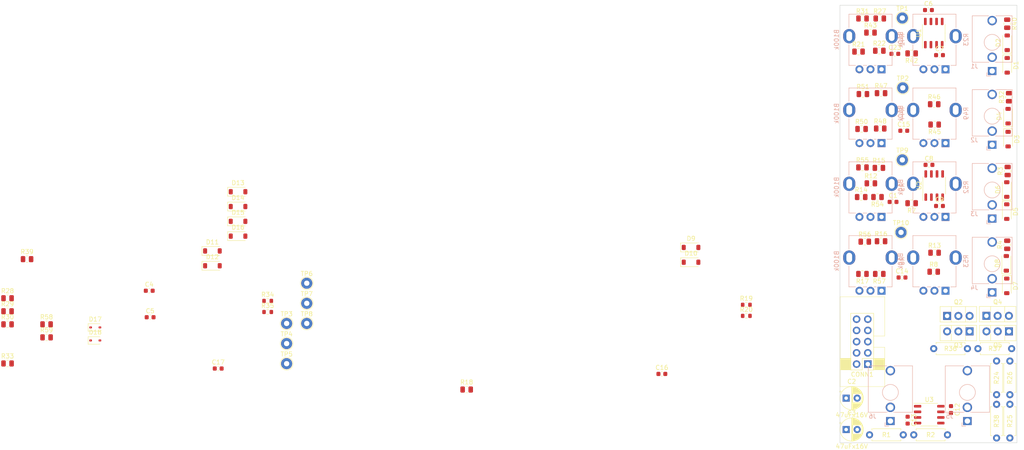
<source format=kicad_pcb>
(kicad_pcb (version 20221018) (generator pcbnew)
  (layers (0 "F.Cu" signal) (31 "B.Cu" signal) (34 "B.Paste" user) (35 "F.Paste" user) (36 "B.SilkS" user "B.Silkscreen") (37 "F.SilkS" user "F.Silkscreen") (38 "B.Mask" user) (39 "F.Mask" user) (44 "Edge.Cuts" user))
  (net 0 "")
  (net 1 "Net-(C1-Pad1)")
  (net 2 "Net-(C1-Pad2)")
  (net 3 "+12V")
  (net 4 "GND")
  (net 5 "-12V")
  (net 6 "Net-(C14-Pad1)")
  (net 7 "Net-(C14-Pad2)")
  (net 8 "Net-(C15-Pad1)")
  (net 9 "Net-(C15-Pad2)")
  (net 10 "Net-(U3A--)")
  (net 11 "Net-(C16-Pad2)")
  (net 12 "Net-(U3B--)")
  (net 13 "Net-(C17-Pad2)")
  (net 14 "Net-(C23-Pad1)")
  (net 15 "Net-(C23-Pad2)")
  (net 16 "Net-(CONN1-Pin_1)")
  (net 17 "Net-(CONN1-Pin_10)")
  (net 18 "Net-(D1-K)")
  (net 19 "Net-(D3-K)")
  (net 20 "Net-(D5-K)")
  (net 21 "Net-(D7-K)")
  (net 22 "Net-(D10-A)")
  (net 23 "Net-(D9-A)")
  (net 24 "Net-(D10-K)")
  (net 25 "Net-(D11-K)")
  (net 26 "Net-(D13-K)")
  (net 27 "Net-(D13-A)")
  (net 28 "Net-(D14-K)")
  (net 29 "Net-(D15-K)")
  (net 30 "Net-(D17-K)")
  (net 31 "Net-(D18-A)")
  (net 32 "Net-(J1-PadT)")
  (net 33 "Net-(J2-PadT)")
  (net 34 "Net-(J3-PadT)")
  (net 35 "Net-(J4-PadT)")
  (net 36 "Net-(J5-PadR)")
  (net 37 "Net-(J5-PadT)")
  (net 38 "Net-(J6-PadR)")
  (net 39 "Net-(J6-PadT)")
  (net 40 "Net-(Q2-E)")
  (net 41 "Net-(Q3-E)")
  (net 42 "Net-(Q4-E)")
  (net 43 "Net-(Q5-E)")
  (net 44 "Net-(U2A--)")
  (net 45 "Net-(U2B--)")
  (net 46 "Net-(R12-Pad1)")
  (net 47 "Net-(R13-Pad1)")
  (net 48 "Net-(R14-Pad1)")
  (net 49 "Net-(R15-Pad1)")
  (net 50 "Net-(R16-Pad1)")
  (net 51 "Net-(R17-Pad1)")
  (net 52 "Net-(R21-Pad1)")
  (net 53 "Net-(R21-Pad2)")
  (net 54 "Net-(R23-Pad1)")
  (net 55 "Net-(U1A--)")
  (net 56 "Net-(U1B--)")
  (net 57 "Net-(R46-Pad1)")
  (net 58 "Net-(R47-Pad1)")
  (net 59 "Net-(R48-Pad1)")
  (footprint "Capacitor_SMD:C_0603_1608Metric" (layer "F.Cu") (at 257.02 50.925)
    (fp_text reference "C8" (at 0 -1.43) (layer "F.SilkS"))
    (fp_text value "0.1uF")
    (pad "1" smd roundrect (at -0.775 0) (size 0.9 0.95) (layers "F.Cu" "F.Paste" "F.Mask") (net 3 "+12V"))
    (pad "2" smd roundrect (at 0.775 0) (size 0.9 0.95) (layers "F.Cu" "F.Paste" "F.Mask") (net 4 "GND"))
  )
  (footprint "Resistor_THT:R_Axial_DIN0207_L6.3mm_D2.5mm_P7.62mm_Horizontal" (layer "F.Cu") (at 243.59 112)
    (fp_text reference "R1" (at 3.81 0) (layer "F.SilkS"))
    (fp_text value "10")
    (pad "1" thru_hole circle (at 0 0) (size 1.6 1.6) (drill 0.8) (layers "*.Cu" "*.Mask") (net 30 "Net-(D17-K)"))
    (pad "2" thru_hole oval (at 7.62 0) (size 1.6 1.6) (drill 0.8) (layers "*.Cu" "*.Mask") (net 3 "+12V"))
  )
  (footprint "Resistor_SMD:R_0805_2012Metric" (layer "F.Cu") (at 253.1 25.7 180)
    (fp_text reference "R42" (at 0 -1.65) (layer "F.SilkS"))
    (fp_text value "100k")
    (pad "1" smd roundrect (at -0.9125 0 180) (size 1.025 1.4) (layers "F.Cu" "F.Paste" "F.Mask") (roundrect_rratio 0.243902) (net 55 "Net-(U1A--)"))
    (pad "2" smd roundrect (at 0.9125 0 180) (size 1.025 1.4) (layers "F.Cu" "F.Paste" "F.Mask") (roundrect_rratio 0.243902) (net 15 "Net-(C23-Pad2)"))
  )
  (footprint "Resistor_SMD:R_0805_2012Metric" (layer "F.Cu") (at 241.7875 42.8)
    (fp_text reference "R50" (at 0 -1.65) (layer "F.SilkS"))
    (fp_text value "100k")
    (pad "1" smd roundrect (at -0.9125 0) (size 1.025 1.4) (layers "F.Cu" "F.Paste" "F.Mask") (roundrect_rratio 0.243902) (net 10 "Net-(U3A--)"))
    (pad "2" smd roundrect (at 0.9125 0) (size 1.025 1.4) (layers "F.Cu" "F.Paste" "F.Mask") (roundrect_rratio 0.243902) (net 58 "Net-(R47-Pad1)"))
  )
  (footprint "TestPoint:TestPoint_THTPad_D2.5mm_Drill1.2mm" (layer "F.Cu") (at 251 17.7)
    (fp_text reference "TP1" (at 0 -2.148) (layer "F.SilkS"))
    (fp_text value "A")
    (pad "1" thru_hole circle (at 0 0) (size 2.5 2.5) (drill 1.2) (layers "*.Cu" "*.Mask") (net 53 "Net-(R21-Pad2)"))
  )
  (footprint "Resistor_SMD:R_0805_2012Metric" (layer "F.Cu") (at 258.3 41.8 180)
    (fp_text reference "R45" (at 0 -1.65) (layer "F.SilkS"))
    (fp_text value "100k")
    (pad "1" smd roundrect (at -0.9125 0 180) (size 1.025 1.4) (layers "F.Cu" "F.Paste" "F.Mask") (roundrect_rratio 0.243902) (net 56 "Net-(U1B--)"))
    (pad "2" smd roundrect (at 0.9125 0 180) (size 1.025 1.4) (layers "F.Cu" "F.Paste" "F.Mask") (roundrect_rratio 0.243902) (net 9 "Net-(C15-Pad2)"))
  )
  (footprint "Resistor_THT:R_Axial_DIN0207_L6.3mm_D2.5mm_P7.62mm_Horizontal" (layer "F.Cu") (at 275.3 102.92 90)
    (fp_text reference "R26" (at 3.81 0 90) (layer "F.SilkS"))
    (fp_text value "47R 1W")
    (pad "1" thru_hole circle (at 0 0 90) (size 1.6 1.6) (drill 0.8) (layers "*.Cu" "*.Mask") (net 11 "Net-(C16-Pad2)"))
    (pad "2" thru_hole oval (at 7.62 0 90) (size 1.6 1.6) (drill 0.8) (layers "*.Cu" "*.Mask") (net 37 "Net-(J5-PadT)"))
  )
  (footprint "Capacitor_SMD:C_0603_1608Metric" (layer "F.Cu") (at 81 85.4)
    (fp_text reference "C5" (at 0 -1.43) (layer "F.SilkS"))
    (fp_text value "0.1uF")
    (pad "1" smd roundrect (at -0.775 0) (size 0.9 0.95) (layers "F.Cu" "F.Paste" "F.Mask") (net 4 "GND"))
    (pad "2" smd roundrect (at 0.775 0) (size 0.9 0.95) (layers "F.Cu" "F.Paste" "F.Mask") (net 5 "-12V"))
  )
  (footprint "Diode_SMD:D_SOD-123" (layer "F.Cu") (at 274.6 56.5 90)
    (fp_text reference "D6" (at 0 -2 90) (layer "F.SilkS"))
    (fp_text value "1N4148")
    (pad "1" smd roundrect (at -1.65 0 90) (size 0.9 1.2) (layers "F.Cu" "F.Paste" "F.Mask") (net 3 "+12V"))
    (pad "2" smd roundrect (at 1.65 0 90) (size 0.9 1.2) (layers "F.Cu" "F.Paste" "F.Mask") (net 20 "Net-(D5-K)"))
  )
  (footprint "Resistor_SMD:R_0805_2012Metric" (layer "F.Cu") (at 245.9 17.8)
    (fp_text reference "R27" (at 0 -1.65) (layer "F.SilkS"))
    (fp_text value "10k")
    (pad "1" smd roundrect (at -0.9125 0) (size 1.025 1.4) (layers "F.Cu" "F.Paste" "F.Mask") (roundrect_rratio 0.243902) (net 54 "Net-(R23-Pad1)"))
    (pad "2" smd roundrect (at 0.9125 0) (size 1.025 1.4) (layers "F.Cu" "F.Paste" "F.Mask") (roundrect_rratio 0.243902) (net 53 "Net-(R21-Pad2)"))
  )
  (footprint "Connector_PinHeader_2.54mm:PinHeader_2x05_P2.54mm_Vertical_Shroud" (layer "F.Cu") (at 243.2 96 180)
    (fp_text reference "CONN1" (at 1.27 -2.33) (layer "F.SilkS"))
    (fp_text value "Conn_01x10" hide)
    (pad "1" thru_hole rect (at 0 0 180) (size 1.7 1.7) (drill 1) (layers "*.Cu" "*.Mask") (net 16 "Net-(CONN1-Pin_1)"))
    (pad "2" thru_hole oval (at 2.54 0 180) (size 1.7 1.7) (drill 1) (layers "*.Cu" "*.Mask") (net 16 "Net-(CONN1-Pin_1)"))
    (pad "3" thru_hole oval (at 0 2.54 180) (size 1.7 1.7) (drill 1) (layers "*.Cu" "*.Mask") (net 4 "GND"))
    (pad "4" thru_hole oval (at 2.54 2.54 180) (size 1.7 1.7) (drill 1) (layers "*.Cu" "*.Mask") (net 4 "GND"))
    (pad "5" thru_hole oval (at 0 5.08 180) (size 1.7 1.7) (drill 1) (layers "*.Cu" "*.Mask") (net 4 "GND"))
    (pad "6" thru_hole oval (at 2.54 5.08 180) (size 1.7 1.7) (drill 1) (layers "*.Cu" "*.Mask") (net 4 "GND"))
    (pad "7" thru_hole oval (at 0 7.62 180) (size 1.7 1.7) (drill 1) (layers "*.Cu" "*.Mask") (net 4 "GND"))
    (pad "8" thru_hole oval (at 2.54 7.62 180) (size 1.7 1.7) (drill 1) (layers "*.Cu" "*.Mask") (net 4 "GND"))
    (pad "9" thru_hole oval (at 0 10.16 180) (size 1.7 1.7) (drill 1) (layers "*.Cu" "*.Mask") (net 17 "Net-(CONN1-Pin_10)"))
    (pad "10" thru_hole oval (at 2.54 10.16 180) (size 1.7 1.7) (drill 1) (layers "*.Cu" "*.Mask") (net 17 "Net-(CONN1-Pin_10)"))
  )
  (footprint "Resistor_SMD:R_0805_2012Metric" (layer "F.Cu") (at 241.9875 75.6 180)
    (fp_text reference "R17" (at 0 -1.65) (layer "F.SilkS"))
    (fp_text value "10k")
    (pad "1" smd roundrect (at -0.9125 0 180) (size 1.025 1.4) (layers "F.Cu" "F.Paste" "F.Mask") (roundrect_rratio 0.243902) (net 51 "Net-(R17-Pad1)"))
    (pad "2" smd roundrect (at 0.9125 0 180) (size 1.025 1.4) (layers "F.Cu" "F.Paste" "F.Mask") (roundrect_rratio 0.243902) (net 47 "Net-(R13-Pad1)"))
  )
  (footprint "Resistor_SMD:R_0805_2012Metric" (layer "F.Cu") (at 246 42.7)
    (fp_text reference "R48" (at 0 -1.65) (layer "F.SilkS"))
    (fp_text value "10k")
    (pad "1" smd roundrect (at -0.9125 0) (size 1.025 1.4) (layers "F.Cu" "F.Paste" "F.Mask") (roundrect_rratio 0.243902) (net 59 "Net-(R48-Pad1)"))
    (pad "2" smd roundrect (at 0.9125 0) (size 1.025 1.4) (layers "F.Cu" "F.Paste" "F.Mask") (roundrect_rratio 0.243902) (net 57 "Net-(R46-Pad1)"))
  )
  (footprint "Diode_SMD:D_SOD-123" (layer "F.Cu") (at 274.6 61.5 -90)
    (fp_text reference "D5" (at 0 -2 90) (layer "F.SilkS"))
    (fp_text value "1N4148")
    (pad "1" smd roundrect (at -1.65 0 270) (size 0.9 1.2) (layers "F.Cu" "F.Paste" "F.Mask") (net 20 "Net-(D5-K)"))
    (pad "2" smd roundrect (at 1.65 0 270) (size 0.9 1.2) (layers "F.Cu" "F.Paste" "F.Mask") (net 5 "-12V"))
  )
  (footprint "Resistor_SMD:R_0603_1608Metric" (layer "F.Cu") (at 107.57 84.21)
    (fp_text reference "R35" (at 0 -1.43) (layer "F.SilkS"))
    (fp_text value "3.6k")
    (pad "1" smd roundrect (at -0.825 0) (size 0.8 0.95) (layers "F.Cu" "F.Paste" "F.Mask") (net 28 "Net-(D14-K)"))
    (pad "2" smd roundrect (at 0.825 0) (size 0.8 0.95) (layers "F.Cu" "F.Paste" "F.Mask") (net 5 "-12V"))
  )
  (footprint "Package_SO:SOP-8_3.9x4.9mm_P1.27mm" (layer "F.Cu") (at 257.075 107.435)
    (fp_text reference "U3" (at 0 -3.4) (layer "F.SilkS"))
    (fp_text value "TL072")
    (pad "1" smd roundrect (at -2.625 -1.905) (size 1.65 0.6) (layers "F.Cu" "F.Paste" "F.Mask") (net 22 "Net-(D10-A)"))
    (pad "2" smd roundrect (at -2.625 -0.635) (size 1.65 0.6) (layers "F.Cu" "F.Paste" "F.Mask") (net 10 "Net-(U3A--)"))
    (pad "3" smd roundrect (at -2.625 0.635) (size 1.65 0.6) (layers "F.Cu" "F.Paste" "F.Mask") (net 4 "GND"))
    (pad "4" smd roundrect (at -2.625 1.905) (size 1.65 0.6) (layers "F.Cu" "F.Paste" "F.Mask") (net 5 "-12V"))
    (pad "5" smd roundrect (at 2.625 1.905) (size 1.65 0.6) (layers "F.Cu" "F.Paste" "F.Mask") (net 4 "GND"))
    (pad "6" smd roundrect (at 2.625 0.635) (size 1.65 0.6) (layers "F.Cu" "F.Paste" "F.Mask") (net 12 "Net-(U3B--)"))
    (pad "7" smd roundrect (at 2.625 -0.635) (size 1.65 0.6) (layers "F.Cu" "F.Paste" "F.Mask") (net 26 "Net-(D13-K)"))
    (pad "8" smd roundrect (at 2.625 -1.905) (size 1.65 0.6) (layers "F.Cu" "F.Paste" "F.Mask") (net 3 "+12V"))
  )
  (footprint "Resistor_SMD:R_0603_1608Metric" (layer "F.Cu") (at 107.57 81.7)
    (fp_text reference "R34" (at 0 -1.43) (layer "F.SilkS"))
    (fp_text value "3.6k")
    (pad "1" smd roundrect (at -0.825 0) (size 0.8 0.95) (layers "F.Cu" "F.Paste" "F.Mask") (net 3 "+12V"))
    (pad "2" smd roundrect (at 0.825 0) (size 0.8 0.95) (layers "F.Cu" "F.Paste" "F.Mask") (net 27 "Net-(D13-A)"))
  )
  (footprint "Resistor_SMD:R_0805_2012Metric" (layer "F.Cu") (at 241.1 25.3)
    (fp_text reference "R21" (at 0 -1.65) (layer "F.SilkS"))
    (fp_text value "10k")
    (pad "1" smd roundrect (at -0.9125 0) (size 1.025 1.4) (layers "F.Cu" "F.Paste" "F.Mask") (roundrect_rratio 0.243902) (net 52 "Net-(R21-Pad1)"))
    (pad "2" smd roundrect (at 0.9125 0) (size 1.025 1.4) (layers "F.Cu" "F.Paste" "F.Mask") (roundrect_rratio 0.243902) (net 53 "Net-(R21-Pad2)"))
  )
  (footprint "Diode_SMD:D_SOD-123" (layer "F.Cu") (at 274.9 45.1 -90)
    (fp_text reference "D3" (at 0 -2 90) (layer "F.SilkS"))
    (fp_text value "1N4148")
    (pad "1" smd roundrect (at -1.65 0 270) (size 0.9 1.2) (layers "F.Cu" "F.Paste" "F.Mask") (net 19 "Net-(D3-K)"))
    (pad "2" smd roundrect (at 1.65 0 270) (size 0.9 1.2) (layers "F.Cu" "F.Paste" "F.Mask") (net 5 "-12V"))
  )
  (footprint "Package_TO_SOT_THT:TO-126-3_Vertical" (layer "F.Cu") (at 266.2 88.6 180)
    (fp_text reference "Q3" (at 2.54 -3.12) (layer "F.SilkS"))
    (fp_text value "BD140")
    (pad "1" thru_hole rect (at 0 0 180) (size 1.8 1.8) (drill 1) (layers "*.Cu" "*.Mask") (net 41 "Net-(Q3-E)"))
    (pad "2" thru_hole oval (at 2.54 0 180) (size 1.8 1.8) (drill 1) (layers "*.Cu" "*.Mask") (net 5 "-12V"))
    (pad "3" thru_hole oval (at 5.08 0 180) (size 1.8 1.8) (drill 1) (layers "*.Cu" "*.Mask") (net 24 "Net-(D10-K)"))
  )
  (footprint "Capacitor_SMD:C_0603_1608Metric" (layer "F.Cu") (at 252.2 108.68 -90)
    (fp_text reference "C13" (at 0 -1.43 90) (layer "F.SilkS"))
    (fp_text value "0.1uF")
    (pad "1" smd roundrect (at -0.775 0 270) (size 0.9 0.95) (layers "F.Cu" "F.Paste" "F.Mask") (net 4 "GND"))
    (pad "2" smd roundrect (at 0.775 0 270) (size 0.9 0.95) (layers "F.Cu" "F.Paste" "F.Mask") (net 5 "-12V"))
  )
  (footprint "Resistor_SMD:R_0805_2012Metric" (layer "F.Cu") (at 242 17.8)
    (fp_text reference "R31" (at 0 -1.65) (layer "F.SilkS"))
    (fp_text value "100k")
    (pad "1" smd roundrect (at -0.9125 0) (size 1.025 1.4) (layers "F.Cu" "F.Paste" "F.Mask") (roundrect_rratio 0.243902) (net 12 "Net-(U3B--)"))
    (pad "2" smd roundrect (at 0.9125 0) (size 1.025 1.4) (layers "F.Cu" "F.Paste" "F.Mask") (roundrect_rratio 0.243902) (net 54 "Net-(R23-Pad1)"))
  )
  (footprint "TestPoint:TestPoint_THTPad_D2.5mm_Drill1.2mm" (layer "F.Cu") (at 251.1 33.5)
    (fp_text reference "TP2" (at 0 -2.148) (layer "F.SilkS"))
    (fp_text value "B")
    (pad "1" thru_hole circle (at 0 0) (size 2.5 2.5) (drill 1.2) (layers "*.Cu" "*.Mask") (net 57 "Net-(R46-Pad1)"))
  )
  (footprint "Resistor_SMD:R_0805_2012Metric" (layer "F.Cu") (at 246.1875 68.2)
    (fp_text reference "R16" (at 0 -1.65) (layer "F.SilkS"))
    (fp_text value "10k")
    (pad "1" smd roundrect (at -0.9125 0) (size 1.025 1.4) (layers "F.Cu" "F.Paste" "F.Mask") (roundrect_rratio 0.243902) (net 50 "Net-(R16-Pad1)"))
    (pad "2" smd roundrect (at 0.9125 0) (size 1.025 1.4) (layers "F.Cu" "F.Paste" "F.Mask") (roundrect_rratio 0.243902) (net 47 "Net-(R13-Pad1)"))
  )
  (footprint "Diode_SMD:D_SOD-123" (layer "F.Cu") (at 95.08 70.4)
    (fp_text reference "D11" (at 0 -2) (layer "F.SilkS"))
    (fp_text value "1N4148")
    (pad "1" smd roundrect (at -1.65 0) (size 0.9 1.2) (layers "F.Cu" "F.Paste" "F.Mask") (net 25 "Net-(D11-K)"))
    (pad "2" smd roundrect (at 1.65 0) (size 0.9 1.2) (layers "F.Cu" "F.Paste" "F.Mask") (net 5 "-12V"))
  )
  (footprint "TestPoint:TestPoint_THTPad_D2.5mm_Drill1.2mm" (layer "F.Cu") (at 111.85 86.8)
    (fp_text reference "TP3" (at 0 -2.148) (layer "F.SilkS"))
    (fp_text value "C")
    (pad "1" thru_hole circle (at 0 0) (size 2.5 2.5) (drill 1.2) (layers "*.Cu" "*.Mask") (net 22 "Net-(D10-A)"))
  )
  (footprint "Package_TO_SOT_THT:TO-126-3_Vertical" (layer "F.Cu") (at 275.1 88.6 180)
    (fp_text reference "Q5" (at 2.54 -3.12) (layer "F.SilkS"))
    (fp_text value "BD140")
    (pad "1" thru_hole rect (at 0 0 180) (size 1.8 1.8) (drill 1) (layers "*.Cu" "*.Mask") (net 43 "Net-(Q5-E)"))
    (pad "2" thru_hole oval (at 2.54 0 180) (size 1.8 1.8) (drill 1) (layers "*.Cu" "*.Mask") (net 5 "-12V"))
    (pad "3" thru_hole oval (at 5.08 0 180) (size 1.8 1.8) (drill 1) (layers "*.Cu" "*.Mask") (net 28 "Net-(D14-K)"))
  )
  (footprint "Resistor_THT:R_Axial_DIN0207_L6.3mm_D2.5mm_P7.62mm_Horizontal" (layer "F.Cu") (at 258.09 92.5)
    (fp_text reference "R36" (at 3.81 0) (layer "F.SilkS"))
    (fp_text value "2R0")
    (pad "1" thru_hole circle (at 0 0) (size 1.6 1.6) (drill 0.8) (layers "*.Cu" "*.Mask") (net 42 "Net-(Q4-E)"))
    (pad "2" thru_hole oval (at 7.62 0) (size 1.6 1.6) (drill 0.8) (layers "*.Cu" "*.Mask") (net 13 "Net-(C17-Pad2)"))
  )
  (footprint "Resistor_SMD:R_0805_2012Metric" (layer "F.Cu") (at 245.7 51.6)
    (fp_text reference "R15" (at 0 -1.65) (layer "F.SilkS"))
    (fp_text value "10k")
    (pad "1" smd roundrect (at -0.9125 0) (size 1.025 1.4) (layers "F.Cu" "F.Paste" "F.Mask") (roundrect_rratio 0.243902) (net 49 "Net-(R15-Pad1)"))
    (pad "2" smd roundrect (at 0.9125 0) (size 1.025 1.4) (layers "F.Cu" "F.Paste" "F.Mask") (roundrect_rratio 0.243902) (net 46 "Net-(R12-Pad1)"))
  )
  (footprint "Capacitor_SMD:C_0603_1608Metric" (layer "F.Cu") (at 248.9 59.3)
    (fp_text reference "C1" (at 0 -1.43) (layer "F.SilkS"))
    (fp_text value "1uF")
    (pad "1" smd roundrect (at -0.775 0) (size 0.9 0.95) (layers "F.Cu" "F.Paste" "F.Mask") (net 1 "Net-(C1-Pad1)"))
    (pad "2" smd roundrect (at 0.775 0) (size 0.9 0.95) (layers "F.Cu" "F.Paste" "F.Mask") (net 2 "Net-(C1-Pad2)"))
  )
  (footprint "Resistor_SMD:R_0805_2012Metric" (layer "F.Cu") (at 274.8 52.3125 90)
    (fp_text reference "R3" (at 0 -1.65 90) (layer "F.SilkS"))
    (fp_text value "1k")
    (pad "1" smd roundrect (at -0.9125 0 90) (size 1.025 1.4) (layers "F.Cu" "F.Paste" "F.Mask") (roundrect_rratio 0.243902) (net 34 "Net-(J3-PadT)"))
    (pad "2" smd roundrect (at 0.9125 0 90) (size 1.025 1.4) (layers "F.Cu" "F.Paste" "F.Mask") (roundrect_rratio 0.243902) (net 20 "Net-(D5-K)"))
  )
  (footprint "Resistor_THT:R_Axial_DIN0207_L6.3mm_D2.5mm_P7.62mm_Horizontal" (layer "F.Cu") (at 253.58 112)
    (fp_text reference "R2" (at 3.81 0) (layer "F.SilkS"))
    (fp_text value "10")
    (pad "1" thru_hole circle (at 0 0) (size 1.6 1.6) (drill 0.8) (layers "*.Cu" "*.Mask") (net 31 "Net-(D18-A)"))
    (pad "2" thru_hole oval (at 7.62 0) (size 1.6 1.6) (drill 0.8) (layers "*.Cu" "*.Mask") (net 5 "-12V"))
  )
  (footprint "Diode_SMD:D_SOD-123" (layer "F.Cu") (at 274.7 28.4 -90)
    (fp_text reference "D1" (at 0 -2 90) (layer "F.SilkS"))
    (fp_text value "1N4148")
    (pad "1" smd roundrect (at -1.65 0 270) (size 0.9 1.2) (layers "F.Cu" "F.Paste" "F.Mask") (net 18 "Net-(D1-K)"))
    (pad "2" smd roundrect (at 1.65 0 270) (size 0.9 1.2) (layers "F.Cu" "F.Paste" "F.Mask") (net 5 "-12V"))
  )
  (footprint "Resistor_SMD:R_0805_2012Metric" (layer "F.Cu") (at 243.8875 55.1)
    (fp_text reference "R12" (at 0 -1.65) (layer "F.SilkS"))
    (fp_text value "200k")
    (pad "1" smd roundrect (at -0.9125 0) (size 1.025 1.4) (layers "F.Cu" "F.Paste" "F.Mask") (roundrect_rratio 0.243902) (net 46 "Net-(R12-Pad1)"))
    (pad "2" smd roundrect (at 0.9125 0) (size 1.025 1.4) (layers "F.Cu" "F.Paste" "F.Mask") (roundrect_rratio 0.243902) (net 44 "Net-(U2A--)"))
  )
  (footprint "Diode_SMD:D_SOD-123" (layer "F.Cu") (at 274.5 73.2 90)
    (fp_text reference "D8" (at 0 -2 90) (layer "F.SilkS"))
    (fp_text value "1N4148")
    (pad "1" smd roundrect (at -1.65 0 90) (size 0.9 1.2) (layers "F.Cu" "F.Paste" "F.Mask") (net 3 "+12V"))
    (pad "2" smd roundrect (at 1.65 0 90) (size 0.9 1.2) (layers "F.Cu" "F.Paste" "F.Mask") (net 21 "Net-(D7-K)"))
  )
  (footprint "Resistor_SMD:R_0805_2012Metric" (layer "F.Cu") (at 48.78 87)
    (fp_text reference "R30" (at 0 -1.65) (layer "F.SilkS"))
    (fp_text value "470")
    (pad "1" smd roundrect (at -0.9125 0) (size 1.025 1.4) (layers "F.Cu" "F.Paste" "F.Mask") (roundrect_rratio 0.243902) (net 25 "Net-(D11-K)"))
    (pad "2" smd roundrect (at 0.9125 0) (size 1.025 1.4) (layers "F.Cu" "F.Paste" "F.Mask") (roundrect_rratio 0.243902) (net 39 "Net-(J6-PadT)"))
  )
  (footprint "Resistor_SMD:R_0805_2012Metric" (layer "F.Cu") (at 57.6 89.95)
    (fp_text reference "R59" (at 0 -1.65) (layer "F.SilkS"))
    (fp_text value "470")
    (pad "1" smd roundrect (at -0.9125 0) (size 1.025 1.4) (layers "F.Cu" "F.Paste" "F.Mask") (roundrect_rratio 0.243902) (net 29 "Net-(D15-K)"))
    (pad "2" smd roundrect (at 0.9125 0) (size 1.025 1.4) (layers "F.Cu" "F.Paste" "F.Mask") (roundrect_rratio 0.243902) (net 38 "Net-(J6-PadR)"))
  )
  (footprint "Resistor_SMD:R_0805_2012Metric" (layer "F.Cu") (at 258.2875 70.8)
    (fp_text reference "R13" (at 0 -1.65) (layer "F.SilkS"))
    (fp_text value "200k")
    (pad "1" smd roundrect (at -0.9125 0) (size 1.025 1.4) (layers "F.Cu" "F.Paste" "F.Mask") (roundrect_rratio 0.243902) (net 47 "Net-(R13-Pad1)"))
    (pad "2" smd roundrect (at 0.9125 0) (size 1.025 1.4) (layers "F.Cu" "F.Paste" "F.Mask") (roundrect_rratio 0.243902) (net 45 "Net-(U2B--)"))
  )
  (footprint "TestPoint:TestPoint_THTPad_D2.5mm_Drill1.2mm" (layer "F.Cu") (at 116.4 77.7)
    (fp_text reference "TP6" (at 0 -2.148) (layer "F.SilkS"))
    (fp_text value "GND")
    (pad "1" thru_hole circle (at 0 0) (size 2.5 2.5) (drill 1.2) (layers "*.Cu" "*.Mask") (net 4 "GND"))
  )
  (footprint "Package_SO:SOP-8_3.9x4.9mm_P1.27mm" (layer "F.Cu") (at 258.2 55.6 90)
    (fp_text reference "U2" (at 0 -3.4 90) (layer "F.SilkS"))
    (fp_text value "TL072")
    (pad "1" smd roundrect (at -2.625 -1.905 90) (size 1.65 0.6) (layers "F.Cu" "F.Paste" "F.Mask") (net 46 "Net-(R12-Pad1)"))
    (pad "2" smd roundrect (at -2.625 -0.635 90) (size 1.65 0.6) (layers "F.Cu" "F.Paste" "F.Mask") (net 44 "Net-(U2A--)"))
    (pad "3" smd roundrect (at -2.625 0.635 90) (size 1.65 0.6) (layers "F.Cu" "F.Paste" "F.Mask") (net 4 "GND"))
    (pad "4" smd roundrect (at -2.625 1.905 90) (size 1.65 0.6) (layers "F.Cu" "F.Paste" "F.Mask") (net 5 "-12V"))
    (pad "5" smd roundrect (at 2.625 1.905 90) (size 1.65 0.6) (layers "F.Cu" "F.Paste" "F.Mask") (net 4 "GND"))
    (pad "6" smd roundrect (at 2.625 0.635 90) (size 1.65 0.6) (layers "F.Cu" "F.Paste" "F.Mask") (net 45 "Net-(U2B--)"))
    (pad "7" smd roundrect (at 2.625 -0.635 90) (size 1.65 0.6) (layers "F.Cu" "F.Paste" "F.Mask") (net 47 "Net-(R13-Pad1)"))
    (pad "8" smd roundrect (at 2.625 -1.905 90) (size 1.65 0.6) (layers "F.Cu" "F.Paste" "F.Mask") (net 3 "+12V"))
  )
  (footprint "Capacitor_SMD:C_0603_1608Metric" (layer "F.Cu") (at 196.655 98.22)
    (fp_text reference "C16" (at 0 -1.43) (layer "F.SilkS"))
    (fp_text value "22pF")
    (pad "1" smd roundrect (at -0.775 0) (size 0.9 0.95) (layers "F.Cu" "F.Paste" "F.Mask") (net 10 "Net-(U3A--)"))
    (pad "2" smd roundrect (at 0.775 0) (size 0.9 0.95) (layers "F.Cu" "F.Paste" "F.Mask") (net 11 "Net-(C16-Pad2)"))
  )
  (footprint "Resistor_SMD:R_0805_2012Metric" (layer "F.Cu") (at 246.1875 34.7)
    (fp_text reference "R47" (at 0 -1.65) (layer "F.SilkS"))
    (fp_text value "10k")
    (pad "1" smd roundrect (at -0.9125 0) (size 1.025 1.4) (layers "F.Cu" "F.Paste" "F.Mask") (roundrect_rratio 0.243902) (net 58 "Net-(R47-Pad1)"))
    (pad "2" smd roundrect (at 0.9125 0) (size 1.025 1.4) (layers "F.Cu" "F.Paste" "F.Mask") (roundrect_rratio 0.243902) (net 57 "Net-(R46-Pad1)"))
  )
  (footprint "Diode_SMD:D_SOD-123" (layer "F.Cu") (at 100.875 67.05)
    (fp_text reference "D16" (at 0 -2) (layer "F.SilkS"))
    (fp_text value "1N4148")
    (pad "1" smd roundrect (at -1.65 0) (size 0.9 1.2) (layers "F.Cu" "F.Paste" "F.Mask") (net 3 "+12V"))
    (pad "2" smd roundrect (at 1.65 0) (size 0.9 1.2) (layers "F.Cu" "F.Paste" "F.Mask") (net 29 "Net-(D15-K)"))
  )
  (footprint "Resistor_SMD:R_0805_2012Metric" (layer "F.Cu") (at 275.1 35.6125 90)
    (fp_text reference "R32" (at 0 -1.65 90) (layer "F.SilkS"))
    (fp_text value "1k")
    (pad "1" smd roundrect (at -0.9125 0 90) (size 1.025 1.4) (layers "F.Cu" "F.Paste" "F.Mask") (roundrect_rratio 0.243902) (net 33 "Net-(J2-PadT)"))
    (pad "2" smd roundrect (at 0.9125 0 90) (size 1.025 1.4) (layers "F.Cu" "F.Paste" "F.Mask") (roundrect_rratio 0.243902) (net 19 "Net-(D3-K)"))
  )
  (footprint "Capacitor_SMD:C_0603_1608Metric" (layer "F.Cu") (at 259.395 60.224999)
    (fp_text reference "C9" (at 0 -1.43) (layer "F.SilkS"))
    (fp_text value "0.1uF")
    (pad "1" smd roundrect (at -0.775 0) (size 0.9 0.95) (layers "F.Cu" "F.Paste" "F.Mask") (net 4 "GND"))
    (pad "2" smd roundrect (at 0.775 0) (size 0.9 0.95) (layers "F.Cu" "F.Paste" "F.Mask") (net 5 "-12V"))
  )
  (footprint "Resistor_SMD:R_0603_1608Metric" (layer "F.Cu") (at 215.74 82.58)
    (fp_text reference "R19" (at 0 -1.43) (layer "F.SilkS"))
    (fp_text value "3.6k")
    (pad "1" smd roundrect (at -0.825 0) (size 0.8 0.95) (layers "F.Cu" "F.Paste" "F.Mask") (net 3 "+12V"))
    (pad "2" smd roundrect (at 0.825 0) (size 0.8 0.95) (layers "F.Cu" "F.Paste" "F.Mask") (net 23 "Net-(D9-A)"))
  )
  (footprint "Diode_SMD:D_SOD-323" (layer "F.Cu") (at 68.605 90.65)
    (fp_text reference "D18" (at 0 -1.85) (layer "F.SilkS"))
    (fp_text value "1N5819")
    (pad "1" smd roundrect (at -1.05 0) (size 0.6 0.45) (layers "F.Cu" "F.Paste" "F.Mask") (net 16 "Net-(CONN1-Pin_1)"))
    (pad "2" smd roundrect (at 1.05 0) (size 0.6 0.45) (layers "F.Cu" "F.Paste" "F.Mask") (net 31 "Net-(D18-A)"))
  )
  (footprint "Resistor_SMD:R_0805_2012Metric" (layer "F.Cu") (at 243.8 21)
    (fp_text reference "R43" (at 0 -1.65) (layer "F.SilkS"))
    (fp_text value "200k")
    (pad "1" smd roundrect (at -0.9125 0) (size 1.025 1.4) (layers "F.Cu" "F.Paste" "F.Mask") (roundrect_rratio 0.243902) (net 53 "Net-(R21-Pad2)"))
    (pad "2" smd roundrect (at 0.9125 0) (size 1.025 1.4) (layers "F.Cu" "F.Paste" "F.Mask") (roundrect_rratio 0.243902) (net 55 "Net-(U1A--)"))
  )
  (footprint "Resistor_SMD:R_0805_2012Metric" (layer "F.Cu") (at 245.8 25.1)
    (fp_text reference "R22" (at 0 -1.65) (layer "F.SilkS"))
    (fp_text value "100k")
    (pad "1" smd roundrect (at -0.9125 0) (size 1.025 1.4) (layers "F.Cu" "F.Paste" "F.Mask") (roundrect_rratio 0.243902) (net 10 "Net-(U3A--)"))
    (pad "2" smd roundrect (at 0.9125 0) (size 1.025 1.4) (layers "F.Cu" "F.Paste" "F.Mask") (roundrect_rratio 0.243902) (net 52 "Net-(R21-Pad1)"))
  )
  (footprint "Diode_SMD:D_SOD-123" (layer "F.Cu") (at 100.875 63.7)
    (fp_text reference "D15" (at 0 -2) (layer "F.SilkS"))
    (fp_text value "1N4148")
    (pad "1" smd roundrect (at -1.65 0) (size 0.9 1.2) (layers "F.Cu" "F.Paste" "F.Mask") (net 29 "Net-(D15-K)"))
    (pad "2" smd roundrect (at 1.65 0) (size 0.9 1.2) (layers "F.Cu" "F.Paste" "F.Mask") (net 5 "-12V"))
  )
  (footprint "Capacitor_SMD:C_0603_1608Metric" (layer "F.Cu") (at 256.9 15.9)
    (fp_text reference "C6" (at 0 -1.43) (layer "F.SilkS"))
    (fp_text value "0.1uF")
    (pad "1" smd roundrect (at -0.775 0) (size 0.9 0.95) (layers "F.Cu" "F.Paste" "F.Mask") (net 3 "+12V"))
    (pad "2" smd roundrect (at 0.775 0) (size 0.9 0.95) (layers "F.Cu" "F.Paste" "F.Mask") (net 4 "GND"))
  )
  (footprint "TestPoint:TestPoint_THTPad_D2.5mm_Drill1.2mm" (layer "F.Cu") (at 111.85 95.9)
    (fp_text reference "TP5" (at 0 -2.148) (layer "F.SilkS"))
    (fp_text value "GND")
    (pad "1" thru_hole circle (at 0 0) (size 2.5 2.5) (drill 1.2) (layers "*.Cu" "*.Mask") (net 4 "GND"))
  )
  (footprint "Resistor_THT:R_Axial_DIN0207_L6.3mm_D2.5mm_P7.62mm_Horizontal" (layer "F.Cu") (at 272.3 112.72 90)
    (fp_text reference "R38" (at 3.81 0 90) (layer "F.SilkS"))
    (fp_text value "47R 1W")
    (pad "1" thru_hole circle (at 0 0 90) (size 1.6 1.6) (drill 0.8) (layers "*.Cu" "*.Mask") (net 13 "Net-(C17-Pad2)"))
    (pad "2" thru_hole oval (at 7.62 0 90) (size 1.6 1.6) (drill 0.8) (layers "*.Cu" "*.Mask") (net 36 "Net-(J5-PadR)"))
  )
  (footprint "Resistor_SMD:R_0805_2012Metric" (layer "F.Cu") (at 241.9875 51.5)
    (fp_text reference "R55" (at 0 -1.65) (layer "F.SilkS"))
    (fp_text value "100k")
    (pad "1" smd roundrect (at -0.9125 0) (size 1.025 1.4) (layers "F.Cu" "F.Paste" "F.Mask") (roundrect_rratio 0.243902) (net 12 "Net-(U3B--)"))
    (pad "2" smd roundrect (at 0.9125 0) (size 1.025 1.4) (layers "F.Cu" "F.Paste" "F.Mask") (roundrect_rratio 0.243902) (net 49 "Net-(R15-Pad1)"))
  )
  (footprint "Resistor_SMD:R_0805_2012Metric" (layer "F.Cu") (at 245.3875 58.2 180)
    (fp_text reference "R54" (at 0 -1.65) (layer "F.SilkS"))
    (fp_text value "100k")
    (pad "1" smd roundrect (at -0.9125 0 180) (size 1.025 1.4) (layers "F.Cu" "F.Paste" "F.Mask") (roundrect_rratio 0.243902) (net 10 "Net-(U3A--)"))
    (pad "2" smd roundrect (at 0.9125 0 180) (size 1.025 1.4) (layers "F.Cu" "F.Paste" "F.Mask") (roundrect_rratio 0.243902) (net 48 "Net-(R14-Pad1)"))
  )
  (footprint "Resistor_SMD:R_0805_2012Metric" (layer "F.Cu") (at 48.78 95.85)
    (fp_text reference "R33" (at 0 -1.65) (layer "F.SilkS"))
    (fp_text value "30k")
    (pad "1" smd roundrect (at -0.9125 0) (size 1.025 1.4) (layers "F.Cu" "F.Paste" "F.Mask") (roundrect_rratio 0.243902) (net 13 "Net-(C17-Pad2)"))
    (pad "2" smd roundrect (at 0.9125 0) (size 1.025 1.4) (layers "F.Cu" "F.Paste" "F.Mask") (roundrect_rratio 0.243902) (net 12 "Net-(U3B--)"))
  )
  (footprint "Package_TO_SOT_THT:TO-126-3_Vertical" (layer "F.Cu") (at 261.12 85.1)
    (fp_text reference "Q2" (at 2.54 -3.12) (layer "F.SilkS"))
    (fp_text value "BD139")
    (pad "1" thru_hole rect (at 0 0) (size 1.8 1.8) (drill 1) (layers "*.Cu" "*.Mask") (net 40 "Net-(Q2-E)"))
    (pad "2" thru_hole oval (at 2.54 0) (size 1.8 1.8) (drill 1) (layers "*.Cu" "*.Mask") (net 3 "+12V"))
    (pad "3" thru_hole oval (at 5.08 0) (size 1.8 1.8) (drill 1) (layers "*.Cu" "*.Mask") (net 23 "Net-(D9-A)"))
  )
  (footprint "Resistor_SMD:R_0805_2012Metric" (layer "F.Cu") (at 258.2 37.2)
    (fp_text reference "R46" (at 0 -1.65) (layer "F.SilkS"))
    (fp_text value "200k")
    (pad "1" smd roundrect (at -0.9125 0) (size 1.025 1.4) (layers "F.Cu" "F.Paste" "F.Mask") (roundrect_rratio 0.243902) (net 57 "Net-(R46-Pad1)"))
    (pad "2" smd roundrect (at 0.9125 0) (size 1.025 1.4) (layers "F.Cu" "F.Paste" "F.Mask") (roundrect_rratio 0.243902) (net 56 "Net-(U1B--)"))
  )
  (footprint "Capacitor_SMD:C_0603_1608Metric" (layer "F.Cu") (at 262 106.28 -90)
    (fp_text reference "C12" (at 0 -1.43 90) (layer "F.SilkS"))
    (fp_text value "0.1uF")
    (pad "1" smd roundrect (at -0.775 0 270) (size 0.9 0.95) (layers "F.Cu" "F.Paste" "F.Mask") (net 3 "+12V"))
    (pad "2" smd roundrect (at 0.775 0 270) (size 0.9 0.95) (layers "F.Cu" "F.Paste" "F.Mask") (net 4 "GND"))
  )
  (footprint "Resistor_SMD:R_0805_2012Metric" (layer "F.Cu") (at 57.6 87)
    (fp_text reference "R58" (at 0 -1.65) (layer "F.SilkS"))
    (fp_text value "1k")
    (pad "1" smd roundrect (at -0.9125 0) (size 1.025 1.4) (layers "F.Cu" "F.Paste" "F.Mask") (roundrect_rratio 0.243902) (net 4 "GND"))
    (pad "2" smd roundrect (at 0.9125 0) (size 1.025 1.4) (layers "F.Cu" "F.Paste" "F.Mask") (roundrect_rratio 0.243902) (net 29 "Net-(D15-K)"))
  )
  (footprint "Capacitor_SMD:C_0603_1608Metric" (layer "F.Cu") (at 251.325 43.2)
    (fp_text reference "C15" (at 0 -1.43) (layer "F.SilkS"))
    (fp_text value "1uF")
    (pad "1" smd roundrect (at -0.775 0) (size 0.9 0.95) (layers "F.Cu" "F.Paste" "F.Mask") (net 8 "Net-(C15-Pad1)"))
    (pad "2" smd roundrect (at 0.775 0) (size 0.9 0.95) (layers "F.Cu" "F.Paste" "F.Mask") (net 9 "Net-(C15-Pad2)"))
  )
  (footprint "Resistor_SMD:R_0603_1608Metric" (layer "F.Cu") (at 215.74 85.09)
    (fp_text reference "R20" (at 0 -1.43) (layer "F.SilkS"))
    (fp_text value "3.6k")
    (pad "1" smd roundrect (at -0.825 0) (size 0.8 0.95) (layers "F.Cu" "F.Paste" "F.Mask") (net 24 "Net-(D10-K)"))
    (pad "2" smd roundrect (at 0.825 0) (size 0.8 0.95) (layers "F.Cu" "F.Paste" "F.Mask") (net 5 "-12V"))
  )
  (footprint "Resistor_SMD:R_0805_2012Metric" (layer "F.Cu") (at 242.5125 68.3)
    (fp_text reference "R56" (at 0 -1.65) (layer "F.SilkS"))
    (fp_text value "100k")
    (pad "1" smd roundrect (at -0.9125 0) (size 1.025 1.4) (layers "F.Cu" "F.Paste" "F.Mask") (roundrect_rratio 0.243902) (net 10 "Net-(U3A--)"))
    (pad "2" smd roundrect (at 0.9125 0) (size 1.025 1.4) (layers "F.Cu" "F.Paste" "F.Mask") (roundrect_rratio 0.243902) (net 50 "Net-(R16-Pad1)"))
  )
  (footprint "Diode_SMD:D_SOD-123" (layer "F.Cu") (at 203.25 72.95)
    (fp_text reference "D10" (at 0 -2) (layer "F.SilkS"))
    (fp_text value "1N4148")
    (pad "1" smd roundrect (at -1.65 0) (size 0.9 1.2) (layers "F.Cu" "F.Paste" "F.Mask") (net 24 "Net-(D10-K)"))
    (pad "2" smd roundrect (at 1.65 0) (size 0.9 1.2) (layers "F.Cu" "F.Paste" "F.Mask") (net 22 "Net-(D10-A)"))
  )
  (footprint "Resistor_SMD:R_0805_2012Metric" (layer "F.Cu") (at 242.0875 34.9)
    (fp_text reference "R51" (at 0 -1.65) (layer "F.SilkS"))
    (fp_text value "100k")
    (pad "1" smd roundrect (at -0.9125 0) (size 1.025 1.4) (layers "F.Cu" "F.Paste" "F.Mask") (roundrect_rratio 0.243902) (net 12 "Net-(U3B--)"))
    (pad "2" smd roundrect (at 0.9125 0) (size 1.025 1.4) (layers "F.Cu" "F.Paste" "F.Mask") (roundrect_rratio 0.243902) (net 59 "Net-(R48-Pad1)"))
  )
  (footprint "Capacitor_THT:CP_Radial_D5.0mm_P2.50mm" (layer "F.Cu") (at 238.3 103.7)
    (fp_text reference "C2" (at 1.25 -3.75) (layer "F.SilkS"))
    (fp_text value "47uFx16V" hide)
    (fp_text user "${VALUE}" (at 1.27 3.81) (layer "F.SilkS"))
    (pad "1" thru_hole rect (at 0 0) (size 1.6 1.6) (drill 0.8) (layers "*.Cu" "*.Mask") (net 3 "+12V"))
    (pad "2" thru_hole circle (at 2.5 0) (size 1.6 1.6) (drill 0.8) (layers "*.Cu" "*.Mask") (net 4 "GND"))
  )
  (footprint "TestPoint:TestPoint_THTPad_D2.5mm_Drill1.2mm" (layer "F.Cu") (at 116.4 86.8)
    (fp_text reference "TP8" (at 0 -2.148) (layer "F.SilkS"))
    (fp_text value "GND")
    (pad "1" thru_hole circle (at 0 0) (size 2.5 2.5) (drill 1.2) (layers "*.Cu" "*.Mask") (net 4 "GND"))
  )
  (footprint "Resistor_THT:R_Axial_DIN0207_L6.3mm_D2.5mm_P7.62mm_Horizontal" (layer "F.Cu") (at 268.08 92.5)
    (fp_text reference "R37" (at 3.81 0) (layer "F.SilkS"))
    (fp_text value "2R0")
    (pad "1" thru_hole circle (at 0 0) (size 1.6 1.6) (drill 0.8) (layers "*.Cu" "*.Mask") (net 13 "Net-(C17-Pad2)"))
    (pad "2" thru_hole oval (at 7.62 0) (size 1.6 1.6) (drill 0.8) (layers "*.Cu" "*.Mask") (net 43 "Net-(Q5-E)"))
  )
  (footprint "Resistor_SMD:R_0805_2012Metric" (layer "F.Cu") (at 48.78 81.1)
    (fp_text reference "R28" (at 0 -1.65) (layer "F.SilkS"))
    (fp_text value "1k")
    (pad "1" smd roundrect (at -0.9125 0) (size 1.025 1.4) (layers "F.Cu" "F.Paste" "F.Mask") (roundrect_rratio 0.243902) (net 11 "Net-(C16-Pad2)"))
    (pad "2" smd roundrect (at 0.9125 0) (size 1.025 1.4) (layers "F.Cu" "F.Paste" "F.Mask") (roundrect_rratio 0.243902) (net 25 "Net-(D11-K)"))
  )
  (footprint "Resistor_THT:R_Axial_DIN0207_L6.3mm_D2.5mm_P7.62mm_Horizontal" (layer "F.Cu") (at 272.3 102.91 90)
    (fp_text reference "R24" (at 3.81 0 90) (layer "F.SilkS"))
    (fp_text value "2R0")
    (pad "1" thru_hole circle (at 0 0 90) (size 1.6 1.6) (drill 0.8) (layers "*.Cu" "*.Mask") (net 11 "Net-(C16-Pad2)"))
    (pad "2" thru_hole oval (at 7.62 0 90) (size 1.6 1.6) (drill 0.8) (layers "*.Cu" "*.Mask") (net 41 "Net-(Q3-E)"))
  )
  (footprint "TestPoint:TestPoint_THTPad_D2.5mm_Drill1.2mm" (layer "F.Cu") (at 116.4 82.25)
    (fp_text reference "TP7" (at 0 -2.148) (layer "F.SilkS"))
    (fp_text value "GND")
    (pad "1" thru_hole circle (at 0 0) (size 2.5 2.5) (drill 1.2) (layers "*.Cu" "*.Mask") (net 4 "GND"))
  )
  (footprint "Package_SO:SOP-8_3.9x4.9mm_P1.27mm" (layer "F.Cu") (at 258.1 21.1 90)
    (fp_text reference "U1" (at 0 -3.4 90) (layer "F.SilkS"))
    (fp_text value "TL072")
    (pad "1" smd roundrect (at -2.625 -1.905 90) (size 1.65 0.6) (layers "F.Cu" "F.Paste" "F.Mask") (net 53 "Net-(R21-Pad2)"))
    (pad "2" smd roundrect (at -2.625 -0.635 90) (size 1.65 0.6) (layers "F.Cu" "F.Paste" "F.Mask") (net 55 "Net-(U1A--)"))
    (pad "3" smd roundrect (at -2.625 0.635 90) (size 1.65 0.6) (layers "F.Cu" "F.Paste" "F.Mask") (net 4 "GND"))
    (pad "4" smd roundrect (at -2.625 1.905 90) (size 1.65 0.6) (layers "F.Cu" "F.Paste" "F.Mask") (net 5 "-12V"))
    (pad "5" smd roundrect (at 2.625 1.905 90) (size 1.65 0.6) (layers "F.Cu" "F.Paste" "F.Mask") (net 4 "GND"))
    (pad "6" smd roundrect (at 2.625 0.635 90) (size 1.65 0.6) (layers "F.Cu" "F.Paste" "F.Mask") (net 56 "Net-(U1B--)"))
    (pad "7" smd roundrect (at 2.625 -0.635 90) (size 1.65 0.6) (layers "F.Cu" "F.Paste" "F.Mask") (net 57 "Net-(R46-Pad1)"))
    (pad "8" smd roundrect (at 2.625 -1.905 90) (size 1.65 0.6) (layers "F.Cu" "F.Paste" "F.Mask") (net 3 "+12V"))
  )
  (footprint "Capacitor_SMD:C_0603_1608Metric" (layer "F.Cu") (at 259.4 26.1)
    (fp_text reference "C7" (at 0 -1.43) (layer "F.SilkS"))
    (fp_text value "0.1uF")
    (pad "1" smd roundrect (at -0.775 0) (size 0.9 0.95) (layers "F.Cu" "F.Paste" "F.Mask") (net 4 "GND"))
    (pad "2" smd roundrect (at 0.775 0) (size 0.9 0.95) (layers "F.Cu" "F.Paste" "F.Mask") (net 5 "-12V"))
  )
  (footprint "Resistor_SMD:R_0805_2012Metric" (layer "F.Cu") (at 274.7 69 90)
    (fp_text reference "R4" (at 0 -1.65 90) (layer "F.SilkS"))
    (fp_text value "1k")
    (pad "1" smd roundrect (at -0.9125 0 90) (size 1.025 1.4) (layers "F.Cu" "F.Paste" "F.Mask") (roundrect_rratio 0.243902) (net 35 "Net-(J4-PadT)"))
    (pad "2" smd roundrect (at 0.9125 0 90) (size 1.025 1.4) (layers "F.Cu" "F.Paste" "F.Mask") (roundrect_rratio 0.243902) (net 21 "Net-(D7-K)"))
  )
  (footprint "Resistor_SMD:R_0805_2012Metric" (layer "F.Cu") (at 53.19 72.25)
    (fp_text reference "R39" (at 0 -1.65) (layer "F.SilkS"))
    (fp_text value "1k")
    (pad "1" smd roundrect (at -0.9125 0) (size 1.025 1.4) (layers "F.Cu" "F.Paste" "F.Mask") (roundrect_rratio 0.243902) (net 13 "Net-(C17-Pad2)"))
    (pad "2" smd roundrect (at 0.9125 0) (size 1.025 1.4) (layers "F.Cu" "F.Paste" "F.Mask") (roundrect_rratio 0.243902) (net 29 "Net-(D15-K)"))
  )
  (footprint "Capacitor_SMD:C_0603_1608Metric" (layer "F.Cu") (at 249.3 25.8)
    (fp_text reference "C23" (at 0 -1.43) (layer "F.SilkS"))
    (fp_text value "1uF")
    (pad "1" smd roundrect (at -0.775 0) (size 0.9 0.95) (layers "F.Cu" "F.Paste" "F.Mask") (net 14 "Net-(C23-Pad1)"))
    (pad "2" smd roundrect (at 0.775 0) (size 0.9 0.95) (layers "F.Cu" "F.Paste" "F.Mask") (net 15 "Net-(C23-Pad2)"))
  )
  (footprint "TestPoint:TestPoint_THTPad_D2.5mm_Drill1.2mm" (layer "F.Cu") (at 250.7 66.2)
    (fp_text reference "TP10" (at 0 -2.148) (layer "F.SilkS"))
    (fp_text value "F")
    (pad "1" thru_hole circle (at 0 0) (size 2.5 2.5) (drill 1.2) (layers "*.Cu" "*.Mask") (net 47 "Net-(R13-Pad1)"))
  )
  (footprint "Resistor_SMD:R_0805_2012Metric" (layer "F.Cu") (at 241.7 58.2)
    (fp_text reference "R14" (at 0 -1.65) (layer "F.SilkS"))
    (fp_text value "10k")
    (pad "1" smd roundrect (at -0.9125 0) (size 1.025 1.4) (layers "F.Cu" "F.Paste" "F.Mask") (roundrect_rratio 0.243902) (net 48 "Net-(R14-Pad1)"))
    (pad "2" smd roundrect (at 0.9125 0) (size 1.025 1.4) (layers "F.Cu" "F.Paste" "F.Mask") (roundrect_rratio 0.243902) (net 46 "Net-(R12-Pad1)"))
  )
  (footprint "Resistor_SMD:R_0805_2012Metric" (layer "F.Cu") (at 253.1 59.6 180)
    (fp_text reference "R7" (at 0 -1.65) (layer "F.SilkS"))
    (fp_text value "100k")
    (pad "1" smd roundrect (at -0.9125 0 180) (size 1.025 1.4) (layers "F.Cu" "F.Paste" "F.Mask") (roundrect_rratio 0.243902) (net 44 "Net-(U2A--)"))
    (pad "2" smd roundrect (at 0.9125 0 180) (size 1.025 1.4) (layers "F.Cu" "F.Paste" "F.Mask") (roundrect_rratio 0.243902) (net 2 "Net-(C1-Pad2)"))
  )
  (footprint "Package_TO_SOT_THT:TO-126-3_Vertical" (layer "F.Cu") (at 270 85.075)
    (fp_text reference "Q4" (at 2.54 -3.12) (layer "F.SilkS"))
    (fp_text value "BD139")
    (pad "1" thru_hole rect (at 0 0) (size 1.8 1.8) (drill 1) (layers "*.Cu" "*.Mask") (net 42 "Net-(Q4-E)"))
    (pad "2" thru_hole oval (at 2.54 0) (size 1.8 1.8) (drill 1) (layers "*.Cu" "*.Mask") (net 3 "+12V"))
    (pad "3" thru_hole oval (at 5.08 0) (size 1.8 1.8) (drill 1) (layers "*.Cu" "*.Mask") (net 27 "Net-(D13-A)"))
  )
  (footprint "Resistor_THT:R_Axial_DIN0207_L6.3mm_D2.5mm_P7.62mm_Horizontal" (layer "F.Cu") (at 275.3 112.71 90)
    (fp_text reference "R25" (at 3.81 0 90) (layer "F.SilkS"))
    (fp_text value "2R0")
    (pad "1" thru_hole circle (at 0 0 90) (size 1.6 1.6) (drill 0.8) (layers "*.Cu" "*.Mask") (net 40 "Net-(Q2-E)"))
    (pad "2" thru_hole oval (at 7.62 0 90) (size 1.6 1.6) (drill 0.8) (layers "*.Cu" "*.Mask") (net 11 "Net-(C16-Pad2)"))
  )
  (footprint "Resistor_SMD:R_0805_2012Metric" (layer "F.Cu") (at 152.54 101.75)
    (fp_text reference "R18" (at 0 -1.65) (layer "F.SilkS"))
    (fp_text value "30k")
    (pad "1" smd roundrect (at -0.9125 0) (size 1.025 1.4) (layers "F.Cu" "F.Paste" "F.Mask") (roundrect_rratio 0.243902) (net 11 "Net-(C16-Pad2)"))
    (pad "2" smd roundrect (at 0.9125 0) (size 1.025 1.4) (layers "F.Cu" "F.Paste" "F.Mask") (roundrect_rratio 0.243902) (net 10 "Net-(U3A--)"))
  )
  (footprint "TestPoint:TestPoint_THTPad_D2.5mm_Drill1.2mm" (layer "F.Cu") (at 251 49.8)
    (fp_text reference "TP9" (at 0 -2.148) (layer "F.SilkS"))
    (fp_text value "E")
    (pad "1" thru_hole circle (at 0 0) (size 2.5 2.5) (drill 1.2) (layers "*.Cu" "*.Mask") (net 46 "Net-(R12-Pad1)"))
  )
  (footprint "Resistor_SMD:R_0805_2012Metric" (layer "F.Cu") (at 245.7875 75.6 180)
    (fp_text reference "R57" (at 0 -1.65) (layer "F.SilkS"))
    (fp_text value "100k")
    (pad "1" smd roundrect (at -0.9125 0 180) (size 1.025 1.4) (layers "F.Cu" "F.Paste" "F.Mask") (roundrect_rratio 0.243902) (net 12 "Net-(U3B--)"))
    (pad "2" smd roundrect (at 0.9125 0 180) (size 1.025 1.4) (layers "F.Cu" "F.Paste" "F.Mask") (roundrect_rratio 0.243902) (net 51 "Net-(R17-Pad1)"))
  )
  (footprint "Resistor_SMD:R_0805_2012Metric" (layer "F.Cu") (at 274.7 18.9875 -90)
    (fp_text reference "R40" (at 0 -1.65 90) (layer "F.SilkS"))
    (fp_text value "1k")
    (pad "1" smd roundrect (at -0.9125 0 270) (size 1.025 1.4) (layers "F.Cu" "F.Paste" "F.Mask") (roundrect_rratio 0.243902) (net 32 "Net-(J1-PadT)"))
    (pad "2" smd roundrect (at 0.9125 0 270) (size 1.025 1.4) (layers "F.Cu" "F.Paste" "F.Mask") (roundrect_rratio 0.243902) (net 18 "Net-(D1-K)"))
  )
  (footprint "TestPoint:TestPoint_THTPad_D2.5mm_Drill1.2mm" (layer "F.Cu") (at 111.85 91.35)
    (fp_text reference "TP4" (at 0 -2.148) (layer "F.SilkS"))
    (fp_text value "D")
    (pad "1" thru_hole circle (at 0 0) (size 2.5 2.5) (drill 1.2) (layers "*.Cu" "*.Mask") (net 26 "Net-(D13-K)"))
  )
  (footprint "Diode_SMD:D_SOD-123" (layer "F.Cu") (at 203.25 69.6)
    (fp_text reference "D9" (at 0 -2) (layer "F.SilkS"))
    (fp_text value "1N4148")
    (pad "1" smd roundrect (at -1.65 0) (size 0.9 1.2) (layers "F.Cu" "F.Paste" "F.Mask") (net 22 "Net-(D10-A)"))
    (pad "2" smd roundrect (at 1.65 0) (size 0.9 1.2) (layers "F.Cu" "F.Paste" "F.Mask") (net 23 "Net-(D9-A)"))
  )
  (footprint "Capacitor_SMD:C_0603_1608Metric" (layer "F.Cu") (at 96.385 97)
    (fp_text reference "C17" (at 0 -1.43) (layer "F.SilkS"))
    (fp_text value "22pF")
    (pad "1" smd roundrect (at -0.775 0) (size 0.9 0.95) (layers "F.Cu" "F.Paste" "F.Mask") (net 12 "Net-(U3B--)"))
    (pad "2" smd roundrect (at 0.775 0) (size 0.9 0.95) (layers "F.Cu" "F.Paste" "F.Mask") (net 13 "Net-(C17-Pad2)"))
  )
  (footprint "Resistor_SMD:R_0805_2012Metric" (layer "F.Cu") (at 258.0875 75.1)
    (fp_text reference "R8" (at 0 -1.65) (layer "F.SilkS"))
    (fp_text value "100k")
    (pad "1" smd roundrect (at -0.9125 0) (size 1.025 1.4) (layers "F.Cu" "F.Paste" "F.Mask") (roundrect_rratio 0.243902) (net 45 "Net-(U2B--)"))
    (pad "2" smd roundrect (at 0.9125 0) (size 1.025 1.4) (layers "F.Cu" "F.Paste" "F.Mask") (roundrect_rratio 0.243902) (net 7 "Net-(C14-Pad2)"))
  )
  (footprint "Diode_SMD:D_SOD-123" (layer "F.Cu") (at 100.875 60.35)
    (fp_text reference "D14" (at 0 -2) (layer "F.SilkS"))
    (fp_text value "1N4148")
    (pad "1" smd roundrect (at -1.65 0) (size 0.9 1.2) (layers "F.Cu" "F.Paste" "F.Mask") (net 28 "Net-(D14-K)"))
    (pad "2" smd roundrect (at 1.65 0) (size 0.9 1.2) (layers "F.Cu" "F.Paste" "F.Mask") (net 26 "Net-(D13-K)"))
  )
  (footprint "Diode_SMD:D_SOD-323" (layer "F.Cu") (at 68.605 87.7)
    (fp_text reference "D17" (at 0 -1.85) (layer "F.SilkS"))
    (fp_text value "1N5819")
    (pad "1" smd roundrect (at -1.05 0) (size 0.6 0.45) (layers "F.Cu" "F.Paste" "F.Mask") (net 30 "Net-(D17-K)"))
    (pad "2" smd roundrect (at 1.05 0) (size 0.6 0.45) (layers "F.Cu" "F.Paste" "F.Mask") (net 17 "Net-(CONN1-Pin_10)"))
  )
  (footprint "Diode_SMD:D_SOD-123" (layer "F.Cu") (at 274.7 23.3 90)
    (fp_text reference "D2" (at 0 -2 90) (layer "F.SilkS"))
    (fp_text value "1N4148")
    (pad "1" smd roundrect (at -1.65 0 90) (size 0.9 1.2) (layers "F.Cu" "F.Paste" "F.Mask") (net 3 "+12V"))
    (pad "2" smd roundrect (at 1.65 0 90) (size 0.9 1.2) (layers "F.Cu" "F.Paste" "F.Mask") (net 18 "Net-(D1-K)"))
  )
  (footprint "Diode_SMD:D_SOD-123" (layer "F.Cu") (at 100.875 57)
    (fp_text reference "D13" (at 0 -2) (layer "F.SilkS"))
    (fp_text value "1N4148")
    (pad "1" smd roundrect (at -1.65 0) (size 0.9 1.2) (layers "F.Cu" "F.Paste" "F.Mask") (net 26 "Net-(D13-K)"))
    (pad "2" smd roundrect (at 1.65 0) (size 0.9 1.2) (layers "F.Cu" "F.Paste" "F.Mask") (net 27 "Net-(D13-A)"))
  )
  (footprint "Capacitor_SMD:C_0603_1608Metric" (layer "F.Cu") (at 80.8 79.4)
    (fp_text reference "C4" (at 0 -1.43) (layer "F.SilkS"))
    (fp_text value "0.1uF")
    (pad "1" smd roundrect (at -0.775 0) (size 0.9 0.95) (layers "F.Cu" "F.Paste" "F.Mask") (net 3 "+12V"))
    (pad "2" smd roundrect (at 0.775 0) (size 0.9 0.95) (layers "F.Cu" "F.Paste" "F.Mask") (net 4 "GND"))
  )
  (footprint "Capacitor_THT:CP_Radial_D5.0mm_P2.50mm" (layer "F.Cu") (at 238.3 110.8)
    (fp_text reference "C3" (at 1.25 -3.75) (layer "F.SilkS"))
    (fp_text value "47uFx16V" hide)
    (fp_text user "${VALUE}" (at 1.27 3.81) (layer "F.SilkS"))
    (pad "1" thru_hole rect (at 0 0) (size 1.6 1.6) (drill 0.8) (layers "*.Cu" "*.Mask") (net 4 "GND"))
    (pad "2" thru_hole circle (at 2.5 0) (size 1.6 1.6) (drill 0.8) (layers "*.Cu" "*.Mask") (net 5 "-12V"))
  )
  (footprint "Diode_SMD:D_SOD-123" (layer "F.Cu") (at 274.9 39.9 90)
    (fp_text reference "D4" (at 0 -2 90) (layer "F.SilkS"))
    (fp_text value "1N4148")
    (pad "1" smd roundrect (at -1.65 0 90) (size 0.9 1.2) (layers "F.Cu" "F.Paste" "F.Mask") (net 3 "+12V"))
    (pad "2" smd roundrect (at 1.65 0 90) (size 0.9 1.2) (layers "F.Cu" "F.Paste" "F.Mask") (net 19 "Net-(D3-K)"))
  )
  (footprint "Resistor_SMD:R_0805_2012Metric" (layer "F.Cu") (at 48.78 84.05)
    (fp_text reference "R29" (at 0 -1.65) (layer "F.SilkS"))
    (fp_text value "1k")
    (pad "1" smd roundrect (at -0.9125 0) (size 1.025 1.4) (layers "F.Cu" "F.Paste" "F.Mask") (roundrect_rratio 0.243902) (net 4 "GND"))
    (pad "2" smd roundrect (at 0.9125 0) (size 1.025 1.4) (layers "F.Cu" "F.Paste" "F.Mask") (roundrect_rratio 0.243902) (net 25 "Net-(D11-K)"))
  )
  (footprint "Capacitor_SMD:C_0603_1608Metric" (layer "F.Cu") (at 250.925 76.4)
    (fp_text reference "C14" (at 0 -1.43) (layer "F.SilkS"))
    (fp_text value "1uF")
    (pad "1" smd roundrect (at -0.775 0) (size 0.9 0.95) (layers "F.Cu" "F.Paste" "F.Mask") (net 6 "Net-(C14-Pad1)"))
    (pad "2" smd roundrect (at 0.775 0) (size 0.9 0.95) (layers "F.Cu" "F.Paste" "F.Mask") (net 7 "Net-(C14-Pad2)"))
  )
  (footprint "Diode_SMD:D_SOD-123" (layer "F.Cu") (at 95.08 73.75)
    (fp_text reference "D12" (at 0 -2) (layer "F.SilkS"))
    (fp_text value "1N4148")
    (pad "1" smd roundrect (at -1.65 0) (size 0.9 1.2) (layers "F.Cu" "F.Paste" "F.Mask") (net 3 "+12V"))
    (pad "2" smd roundrect (at 1.65 0) (size 0.9 1.2) (layers "F.Cu" "F.Paste" "F.Mask") (net 25 "Net-(D11-K)"))
  )
  (footprint "Diode_SMD:D_SOD-123" (layer "F.Cu") (at 274.6 78.3 -90)
    (fp_text reference "D7" (at 0 -2 90) (layer "F.SilkS"))
    (fp_text value "1N4148")
    (pad "1" smd roundrect (at -1.65 0 270) (size 0.9 1.2) (layers "F.Cu" "F.Paste" "F.Mask") (net 21 "Net-(D7-K)"))
    (pad "2" smd roundrect (at 1.65 0 270) (size 0.9 1.2) (layers "F.Cu" "F.Paste" "F.Mask") (net 5 "-12V"))
  )
  (footprint "Potentiometer_THT:Potentiometer_Alpha_RD901F-40-00D_Single_Vertical" (layer "B.Cu") (at 246.3 46 90)
    (fp_text reference "R44" (at 6.71 4.64 90) (layer "B.SilkS") (effects (justify mirror)))
    (fp_text value "B100k")
    (fp_text user "${VALUE}" (at 6.71 -10.16 90) (layer "B.SilkS") (effects (justify mirror)))
    (pad "" thru_hole oval (at 7.5 -7.3) (size 2.72 3.24) (drill oval 1.3 2.2) (layers "*.Cu" "*.Mask"))
    (pad "" thru_hole oval (at 7.5 2.3) (size 2.72 3.24) (drill oval 1.3 2.2) (layers "*.Cu" "*.Mask"))
    (pad "1" thru_hole rect (at 0 0) (size 1.8 1.8) (drill 1) (layers "*.Cu" "*.Mask") (net 4 "GND"))
    (pad "2" thru_hole circle (at 0 -2.5) (size 1.8 1.8) (drill 1) (layers "*.Cu" "*.Mask") (net 8 "Net-(C15-Pad1)"))
    (pad "3" thru_hole circle (at 0 -5) (size 1.8 1.8) (drill 1) (layers "*.Cu" "*.Mask") (net 19 "Net-(D3-K)"))
  )
  (footprint "Potentiometer_THT:Potentiometer_Alpha_RD901F-40-00D_Single_Vertical" (layer "B.Cu") (at 246.3 79.4 90)
    (fp_text reference "R6" (at 6.71 4.64 90) (layer "B.SilkS") (effects (justify mirror)))
    (fp_text value "B100k")
    (fp_text user "${VALUE}" (at 6.71 -10.16 90) (layer "B.SilkS") (effects (justify mirror)))
    (pad "" thru_hole oval (at 7.5 -7.3) (size 2.72 3.24) (drill oval 1.3 2.2) (layers "*.Cu" "*.Mask"))
    (pad "" thru_hole oval (at 7.5 2.3) (size 2.72 3.24) (drill oval 1.3 2.2) (layers "*.Cu" "*.Mask"))
    (pad "1" thru_hole rect (at 0 0) (size 1.8 1.8) (drill 1) (layers "*.Cu" "*.Mask") (net 4 "GND"))
    (pad "2" thru_hole circle (at 0 -2.5) (size 1.8 1.8) (drill 1) (layers "*.Cu" "*.Mask") (net 6 "Net-(C14-Pad1)"))
    (pad "3" thru_hole circle (at 0 -5) (size 1.8 1.8) (drill 1) (layers "*.Cu" "*.Mask") (net 21 "Net-(D7-K)"))
  )
  (footprint "Connector_Audio:Jack_3.5mm_QingPu_WQP-PJ398SM_Vertical_CircularHoles" (layer "B.Cu") (at 271.3 46.38)
    (fp_text reference "J2" (at -4.03 -1.08) (layer "B.SilkS") (effects (justify mirror)))
    (fp_text value "IN2")
    (pad "S" thru_hole rect (at 0 0 180) (size 1.93 1.83) (drill 1.22) (layers "*.Cu" "*.Mask") (net 4 "GND"))
    (pad "T" thru_hole circle (at 0 -11.4 180) (size 2.13 2.13) (drill 1.43) (layers "*.Cu" "*.Mask") (net 33 "Net-(J2-PadT)"))
    (pad "TN" thru_hole circle (at 0 -3.1 180) (size 2.13 2.13) (drill 1.42) (layers "*.Cu" "*.Mask") (net 4 "GND"))
  )
  (footprint "Connector_Audio:Jack_3.5mm_QingPu_WQP-PJ398SM_Vertical_CircularHoles_Stereo" (layer "B.Cu") (at 248.3 108.88)
    (fp_text reference "J6" (at -4.03 -1.08) (layer "B.SilkS") (effects (justify mirror)))
    (fp_text value "Line out")
    (pad "R" thru_hole circle (at 0 -3.1 180) (size 2.13 2.13) (drill 1.42) (layers "*.Cu" "*.Mask") (net 38 "Net-(J6-PadR)"))
    (pad "S" thru_hole rect (at 0 0 180) (size 1.93 1.83) (drill 1.22) (layers "*.Cu" "*.Mask") (net 4 "GND"))
    (pad "T" thru_hole circle (at 0 -11.4 180) (size 2.13 2.13) (drill 1.43) (layers "*.Cu" "*.Mask") (net 39 "Net-(J6-PadT)"))
  )
  (footprint "Potentiometer_THT:Potentiometer_Alpha_RD901F-40-00D_Single_Vertical" (layer "B.Cu") (at 246.3 62.7 90)
    (fp_text reference "R5" (at 6.71 4.64 90) (layer "B.SilkS") (effects (justify mirror)))
    (fp_text value "B100k")
    (fp_text user "${VALUE}" (at 6.71 -10.16 90) (layer "B.SilkS") (effects (justify mirror)))
    (pad "" thru_hole oval (at 7.5 -7.3) (size 2.72 3.24) (drill oval 1.3 2.2) (layers "*.Cu" "*.Mask"))
    (pad "" thru_hole oval (at 7.5 2.3) (size 2.72 3.24) (drill oval 1.3 2.2) (layers "*.Cu" "*.Mask"))
    (pad "1" thru_hole rect (at 0 0) (size 1.8 1.8) (drill 1) (layers "*.Cu" "*.Mask") (net 4 "GND"))
    (pad "2" thru_hole circle (at 0 -2.5) (size 1.8 1.8) (drill 1) (layers "*.Cu" "*.Mask") (net 1 "Net-(C1-Pad1)"))
    (pad "3" thru_hole circle (at 0 -5) (size 1.8 1.8) (drill 1) (layers "*.Cu" "*.Mask") (net 20 "Net-(D5-K)"))
  )
  (footprint "Potentiometer_THT:Potentiometer_Alpha_RD901F-40-00D_Single_Vertical" (layer "B.Cu") (at 246.3 29.3 90)
    (fp_text reference "R41" (at 6.71 4.64 90) (layer "B.SilkS") (effects (justify mirror)))
    (fp_text value "B100k")
    (fp_text user "${VALUE}" (at 6.71 -10.16 90) (layer "B.SilkS") (effects (justify mirror)))
    (pad "" thru_hole oval (at 7.5 -7.3) (size 2.72 3.24) (drill oval 1.3 2.2) (layers "*.Cu" "*.Mask"))
    (pad "" thru_hole oval (at 7.5 2.3) (size 2.72 3.24) (drill oval 1.3 2.2) (layers "*.Cu" "*.Mask"))
    (pad "1" thru_hole rect (at 0 0) (size 1.8 1.8) (drill 1) (layers "*.Cu" "*.Mask") (net 4 "GND"))
    (pad "2" thru_hole circle (at 0 -2.5) (size 1.8 1.8) (drill 1) (layers "*.Cu" "*.Mask") (net 14 "Net-(C23-Pad1)"))
    (pad "3" thru_hole circle (at 0 -5) (size 1.8 1.8) (drill 1) (layers "*.Cu" "*.Mask") (net 18 "Net-(D1-K)"))
  )
  (footprint "Potentiometer_THT:Potentiometer_Alpha_RD901F-40-00D_Single_Vertical" (layer "B.Cu") (at 260.755 62.7 90)
    (fp_text reference "R52" (at 6.71 4.64 90) (layer "B.SilkS") (effects (justify mirror)))
    (fp_text value "B10k")
    (fp_text user "${VALUE}" (at 6.71 -10.16 90) (layer "B.SilkS") (effects (justify mirror)))
    (pad "" thru_hole oval (at 7.5 -7.3) (size 2.72 3.24) (drill oval 1.3 2.2) (layers "*.Cu" "*.Mask"))
    (pad "" thru_hole oval (at 7.5 2.3) (size 2.72 3.24) (drill oval 1.3 2.2) (layers "*.Cu" "*.Mask"))
    (pad "1" thru_hole rect (at 0 0) (size 1.8 1.8) (drill 1) (layers "*.Cu" "*.Mask") (net 49 "Net-(R15-Pad1)"))
    (pad "2" thru_hole circle (at 0 -2.5) (size 1.8 1.8) (drill 1) (layers "*.Cu" "*.Mask") (net 4 "GND"))
    (pad "3" thru_hole circle (at 0 -5) (size 1.8 1.8) (drill 1) (layers "*.Cu" "*.Mask") (net 48 "Net-(R14-Pad1)"))
  )
  (footprint "Connector_Audio:Jack_3.5mm_QingPu_WQP-PJ398SM_Vertical_CircularHoles_Stereo" (layer "B.Cu") (at 265.7 108.88)
    (fp_text reference "J5" (at -4.03 -1.08) (layer "B.SilkS") (effects (justify mirror)))
    (fp_text value "Headphones")
    (pad "R" thru_hole circle (at 0 -3.1 180) (size 2.13 2.13) (drill 1.42) (layers "*.Cu" "*.Mask") (net 36 "Net-(J5-PadR)"))
    (pad "S" thru_hole rect (at 0 0 180) (size 1.93 1.83) (drill 1.22) (layers "*.Cu" "*.Mask") (net 4 "GND"))
    (pad "T" thru_hole circle (at 0 -11.4 180) (size 2.13 2.13) (drill 1.43) (layers "*.Cu" "*.Mask") (net 37 "Net-(J5-PadT)"))
  )
  (footprint "Potentiometer_THT:Potentiometer_Alpha_RD901F-40-00D_Single_Vertical" (layer "B.Cu") (at 260.755 46 90)
    (fp_text reference "R49" (at 6.71 4.64 90) (layer "B.SilkS") (effects (justify mirror)))
    (fp_text value "B10k")
    (fp_text user "${VALUE}" (at 6.71 -10.16 90) (layer "B.SilkS") (effects (justify mirror)))
    (pad "" thru_hole oval (at 7.5 -7.3) (size 2.72 3.24) (drill oval 1.3 2.2) (layers "*.Cu" "*.Mask"))
    (pad "" thru_hole oval (at 7.5 2.3) (size 2.72 3.24) (drill oval 1.3 2.2) (layers "*.Cu" "*.Mask"))
    (pad "1" thru_hole rect (at 0 0) (size 1.8 1.8) (drill 1) (layers "*.Cu" "*.Mask") (net 59 "Net-(R48-Pad1)"))
    (pad "2" thru_hole circle (at 0 -2.5) (size 1.8 1.8) (drill 1) (layers "*.Cu" "*.Mask") (net 4 "GND"))
    (pad "3" thru_hole circle (at 0 -5) (size 1.8 1.8) (drill 1) (layers "*.Cu" "*.Mask") (net 58 "Net-(R47-Pad1)"))
  )
  (footprint "Connector_Audio:Jack_3.5mm_QingPu_WQP-PJ398SM_Vertical_CircularHoles" (layer "B.Cu") (at 271.3 63.08)
    (fp_text reference "J3" (at -4.03 -1.08) (layer "B.SilkS") (effects (justify mirror)))
    (fp_text value "IN1")
    (pad "S" thru_hole rect (at 0 0 180) (size 1.93 1.83) (drill 1.22) (layers "*.Cu" "*.Mask") (net 4 "GND"))
    (pad "T" thru_hole circle (at 0 -11.4 180) (size 2.13 2.13) (drill 1.43) (layers "*.Cu" "*.Mask") (net 34 "Net-(J3-PadT)"))
    (pad "TN" thru_hole circle (at 0 -3.1 180) (size 2.13 2.13) (drill 1.42) (layers "*.Cu" "*.Mask") (net 4 "GND"))
  )
  (footprint "Connector_Audio:Jack_3.5mm_QingPu_WQP-PJ398SM_Vertical_CircularHoles" (layer "B.Cu") (at 271.3 29.68)
    (fp_text reference "J1" (at -4.03 -1.08) (layer "B.SilkS") (effects (justify mirror)))
    (fp_text value "IN1")
    (pad "S" thru_hole rect (at 0 0 180) (size 1.93 1.83) (drill 1.22) (layers "*.Cu" "*.Mask") (net 4 "GND"))
    (pad "T" thru_hole circle (at 0 -11.4 180) (size 2.13 2.13) (drill 1.43) (layers "*.Cu" "*.Mask") (net 32 "Net-(J1-PadT)"))
    (pad "TN" thru_hole circle (at 0 -3.1 180) (size 2.13 2.13) (drill 1.42) (layers "*.Cu" "*.Mask") (net 4 "GND"))
  )
  (footprint "Potentiometer_THT:Potentiometer_Alpha_RD901F-40-00D_Single_Vertical" (layer "B.Cu") (at 260.755 79.4 90)
    (fp_text reference "R53" (at 6.71 4.64 90) (layer "B.SilkS") (effects (justify mirror)))
    (fp_text value "B10k")
    (fp_text user "${VALUE}" (at 6.71 -10.16 90) (layer "B.SilkS") (effects (justify mirror)))
    (pad "" thru_hole oval (at 7.5 -7.3) (size 2.72 3.24) (drill oval 1.3 2.2) (layers "*.Cu" "*.Mask"))
    (pad "" thru_hole oval (at 7.5 2.3) (size 2.72 3.24) (drill oval 1.3 2.2) (layers "*.Cu" "*.Mask"))
    (pad "1" thru_hole rect (at 0 0) (size 1.8 1.8) (drill 1) (layers "*.Cu" "*.Mask") (net 51 "Net-(R17-Pad1)"))
    (pad "2" thru_hole circle (at 0 -2.5) (size 1.8 1.8) (drill 1) (layers "*.Cu" "*.Mask") (net 4 "GND"))
    (pad "3" thru_hole circle (at 0 -5) (size 1.8 1.8) (drill 1) (layers "*.Cu" "*.Mask") (net 50 "Net-(R16-Pad1)"))
  )
  (footprint "Potentiometer_THT:Potentiometer_Alpha_RD901F-40-00D_Single_Vertical" (layer "B.Cu") (at 260.755 29.3 90)
    (fp_text reference "R23" (at 6.71 4.64 90) (layer "B.SilkS") (effects (justify mirror)))
    (fp_text value "B10k")
    (fp_text user "${VALUE}" (at 6.71 -10.16 90) (layer "B.SilkS") (effects (justify mirror)))
    (pad "" thru_hole oval (at 7.5 -7.3) (size 2.72 3.24) (drill oval 1.3 2.2) (layers "*.Cu" "*.Mask"))
    (pad "" thru_hole oval (at 7.5 2.3) (size 2.72 3.24) (drill oval 1.3 2.2) (layers "*.Cu" "*.Mask"))
    (pad "1" thru_hole rect (at 0 0) (size 1.8 1.8) (drill 1) (layers "*.Cu" "*.Mask") (net 54 "Net-(R23-Pad1)"))
    (pad "2" thru_hole circle (at 0 -2.5) (size 1.8 1.8) (drill 1) (layers "*.Cu" "*.Mask") (net 4 "GND"))
    (pad "3" thru_hole circle (at 0 -5) (size 1.8 1.8) (drill 1) (layers "*.Cu" "*.Mask") (net 52 "Net-(R21-Pad1)"))
  )
  (footprint "Connector_Audio:Jack_3.5mm_QingPu_WQP-PJ398SM_Vertical_CircularHoles" (layer "B.Cu") (at 271.3 79.78)
    (fp_text reference "J4" (at -4.03 -1.08) (layer "B.SilkS") (effects (justify mirror)))
    (fp_text value "IN2")
    (pad "S" thru_hole rect (at 0 0 180) (size 1.93 1.83) (drill 1.22) (layers "*.Cu" "*.Mask") (net 4 "GND"))
    (pad "T" thru_hole circle (at 0 -11.4 180) (size 2.13 2.13) (drill 1.43) (layers "*.Cu" "*.Mask") (net 35 "Net-(J4-PadT)"))
    (pad "TN" thru_hole circle (at 0 -3.1 180) (size 2.13 2.13) (drill 1.42) (layers "*.Cu" "*.Mask") (net 4 "GND"))
  )
  (gr_rect (start 236.9 14.8) (end 276.9 113.8) (stroke (width 0.1)) (fill none) (layer "Edge.Cuts"))
)
</source>
